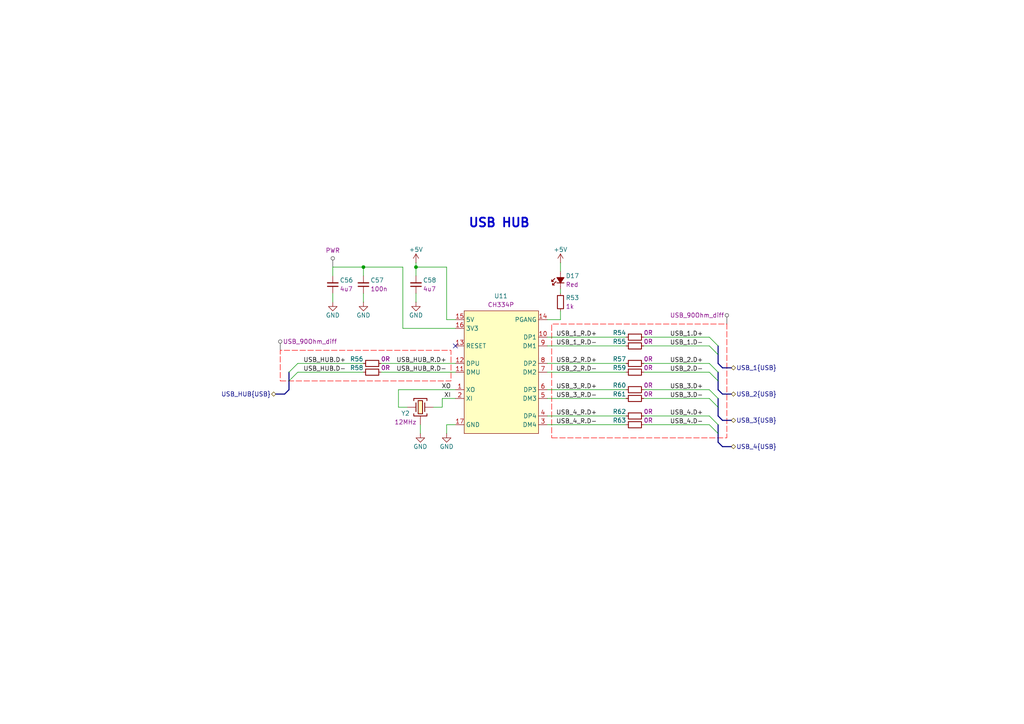
<source format=kicad_sch>
(kicad_sch (version 20250114) (generator "eeschema") (generator_version "9.0")
  (paper "A4")
  (title_block (title "ModuCard CM5 module") (date "2025-10-10") (rev "1.0.0") (company "KoNaR") (comment 1 "Project author: Dominik Pluta"))
  (lib_symbols
    (symbol "DW-ICs:CH334P"
      (property "Reference" "U" (at 38.1 0 0))
      (property "MPN" "CH334P" (at 38.1 -15.24 0))
      (symbol "CH334P_1_1"
        (rectangle (start 2.54 2.54) (end 24.13 -33.02) (fill (type background)))
        (pin power_in line (at 0 0 0) (length 2.54) (name "5V") (number "15"))
        (pin passive line (at 0 -2.54 0) (length 2.54) (name "3V3") (number "16"))
        (pin input line (at 0 -7.62 0) (length 2.54) (name "RESET") (number "13"))
        (pin bidirectional line (at 0 -12.7 0) (length 2.54) (name "DPU") (number "12"))
        (pin bidirectional line (at 0 -15.24 0) (length 2.54) (name "DMU") (number "11"))
        (pin output line (at 0 -20.32 0) (length 2.54) (name "XO") (number "1"))
        (pin input line (at 0 -22.86 0) (length 2.54) (name "XI") (number "2"))
        (pin power_in line (at 0 -30.48 0) (length 2.54) (name "GND") (number "17"))
        (pin bidirectional line (at 26.67 0 180) (length 2.54) (name "PGANG") (number "14"))
        (pin bidirectional line (at 26.67 -5.08 180) (length 2.54) (name "DP1") (number "10"))
        (pin bidirectional line (at 26.67 -7.62 180) (length 2.54) (name "DM1") (number "9"))
        (pin bidirectional line (at 26.67 -12.7 180) (length 2.54) (name "DP2") (number "8"))
        (pin bidirectional line (at 26.67 -15.24 180) (length 2.54) (name "DM2") (number "7"))
        (pin bidirectional line (at 26.67 -20.32 180) (length 2.54) (name "DP3") (number "6"))
        (pin bidirectional line (at 26.67 -22.86 180) (length 2.54) (name "DM3") (number "5"))
        (pin bidirectional line (at 26.67 -27.94 180) (length 2.54) (name "DP4") (number "4"))
        (pin bidirectional line (at 26.67 -30.48 180) (length 2.54) (name "DM4") (number "3"))
      )
    )
    (symbol "DW-capacitors:C-100n-0402" (pin_numbers (hide yes)) (pin_names (hide yes))
      (property "Reference" "C" (at 12.7 0 0))
      (property "Val" "100n" (at 12.7 -20.32 0))
      (symbol "C-100n-0402_0_1"
        (polyline (pts (xy 2.032 -1.524) (xy 2.032 1.524)) (stroke (width 0.3048)))
        (polyline (pts (xy 3.048 -1.524) (xy 3.048 1.524)) (stroke (width 0.3302)))
      )
      (symbol "C-100n-0402_1_1"
        (pin passive line (at 0 0 0) (length 2.032) (name "~") (number "1"))
        (pin passive line (at 5.08 0 180) (length 2.032) (name "~") (number "2"))
      )
    )
    (symbol "DW-capacitors:C-4u7-0402" (pin_numbers (hide yes)) (pin_names (hide yes))
      (property "Reference" "C" (at 12.7 0 0))
      (property "Val" "4u7" (at 12.7 -20.32 0))
      (symbol "C-4u7-0402_0_1"
        (polyline (pts (xy 2.032 -1.524) (xy 2.032 1.524)) (stroke (width 0.3048)))
        (polyline (pts (xy 3.048 -1.524) (xy 3.048 1.524)) (stroke (width 0.3302)))
      )
      (symbol "C-4u7-0402_1_1"
        (pin passive line (at 0 0 0) (length 2.032) (name "~") (number "1"))
        (pin passive line (at 5.08 0 180) (length 2.032) (name "~") (number "2"))
      )
    )
    (symbol "DW-crystals:Crystal_12MHz_X322512MSB4SI" (pin_numbers (hide yes)) (pin_names (hide yes))
      (property "Reference" "Y" (at 16.51 0 0))
      (property "Frequency" "12MHz" (at 16.51 -20.32 0))
      (symbol "Crystal_12MHz_X322512MSB4SI_1_1"
        (polyline (pts (xy 1.905 1.905) (xy 1.905 2.54) (xy 5.715 2.54) (xy 5.715 1.905)) (stroke (width 0.254)))
        (polyline (pts (xy 1.905 -1.905) (xy 1.905 -2.54) (xy 5.715 -2.54) (xy 5.715 -1.905)) (stroke (width 0.254)))
        (polyline (pts (xy 2.54 1.27) (xy 2.54 -1.27)) (stroke (width 0.254)) (fill (type background)))
        (rectangle (start 3.175 1.905) (end 4.445 -1.905) (stroke (width 0.254)) (fill (type background)))
        (polyline (pts (xy 5.08 1.27) (xy 5.08 -1.27)) (stroke (width 0.254)) (fill (type background)))
        (pin passive line (at 0 0 0) (length 2.54) (name "~") (number "1"))
        (pin passive line (at 3.81 -5.08 90) (length 2.54) (name "SH") (number "2"))
        (pin passive line (at 3.81 -5.08 90) (length 2.54) (hide yes) (name "SH") (number "4"))
        (pin passive line (at 7.62 0 180) (length 2.54) (name "~") (number "3"))
      )
    )
    (symbol "DW-diodes:LED-R-0603_KT-0603R" (pin_numbers (hide yes)) (pin_names (hide yes))
      (property "Reference" "D" (at 12.7 0 0))
      (property "Color" "Red" (at 12.7 -20.32 0))
      (symbol "LED-R-0603_KT-0603R_0_1"
        (polyline (pts (xy 1.905 0) (xy 0.635 0)))
        (polyline (pts (xy 4.445 0) (xy 3.175 0)))
      )
      (symbol "LED-R-0603_KT-0603R_1_1"
        (polyline (pts (xy 1.143 2.286) (xy 1.143 1.778) (xy 1.143 2.286) (xy 1.651 2.286) (xy 1.143 2.286) (xy 2.159 1.27)) (stroke (width 0.254)))
        (polyline (pts (xy 1.778 1.016) (xy 1.778 -1.016)) (stroke (width 0.254)))
        (polyline (pts (xy 2.159 2.54) (xy 2.159 2.032) (xy 2.159 2.54) (xy 2.667 2.54) (xy 2.159 2.54) (xy 3.048 1.651)) (stroke (width 0.254)))
        (polyline (pts (xy 3.302 1.016) (xy 3.302 -1.016) (xy 1.778 0) (xy 3.302 1.016)) (stroke (width 0.254)) (fill (type outline)))
        (pin passive line (at 0 0 0) (length 0.635) (name "C") (number "1"))
        (pin passive line (at 5.08 0 180) (length 0.635) (name "A") (number "2"))
      )
    )
    (symbol "DW-power-symbols:+5V" (power) (pin_numbers (hide yes)) (pin_names (offset 0) (hide yes))
      (property "Value" "+5V" (at 0 3.556 0))
      (symbol "+5V_0_1"
        (polyline (pts (xy -0.762 1.27) (xy 0 2.54)))
        (polyline (pts (xy 0 2.54) (xy 0.762 1.27)))
        (polyline (pts (xy 0 0) (xy 0 2.54)))
      )
      (symbol "+5V_1_1"
        (pin power_in line (at 0 0 90) (length 0) (name "~") (number "1"))
      )
    )
    (symbol "DW-power-symbols:GND" (power) (pin_numbers (hide yes)) (pin_names (offset 0) (hide yes))
      (property "Value" "GND" (at 0 -3.81 0))
      (symbol "GND_0_1"
        (polyline (pts (xy 0 0) (xy 0 -1.27) (xy 1.27 -1.27) (xy 0 -2.54) (xy -1.27 -1.27) (xy 0 -1.27)))
      )
      (symbol "GND_1_1"
        (pin power_in line (at 0 0 270) (length 0) (name "~") (number "1"))
      )
    )
    (symbol "DW-resistors:R-0R-0402" (pin_numbers (hide yes)) (pin_names (offset 0) (hide yes))
      (property "Reference" "R" (at 12.7 0 0))
      (property "Val" "0R" (at 12.7 -20.32 0))
      (symbol "R-0R-0402_0_1"
        (rectangle (start 0.635 0.889) (end 4.445 -0.889) (stroke (width 0.254)))
      )
      (symbol "R-0R-0402_1_1"
        (pin passive line (at 0 0 0) (length 0.635) (name "~") (number "1"))
        (pin passive line (at 5.08 0 180) (length 0.635) (name "~") (number "2"))
      )
    )
    (symbol "DW-resistors:R-1k-0402" (pin_numbers (hide yes)) (pin_names (offset 0) (hide yes))
      (property "Reference" "R" (at 12.7 0 0))
      (property "Val" "1k" (at 12.7 -20.32 0))
      (symbol "R-1k-0402_0_1"
        (rectangle (start 0.635 0.889) (end 4.445 -0.889) (stroke (width 0.254)))
      )
      (symbol "R-1k-0402_1_1"
        (pin passive line (at 0 0 0) (length 0.635) (name "~") (number "1"))
        (pin passive line (at 5.08 0 180) (length 0.635) (name "~") (number "2"))
      )
    )
  )
  (text "USB HUB" (at 144.78 64.77 0) (effects (font (size 2.54 2.54) (bold yes))))
  (junction (at 105.41 77.47))
  (junction (at 120.65 77.47))
  (no_connect (at 132.08 100.33))
  (bus_entry (at 83.82 107.95) (size 2.54 -2.54))
  (bus_entry (at 205.74 107.95) (size 2.54 2.54))
  (bus_entry (at 205.74 120.65) (size 2.54 2.54))
  (bus_entry (at 205.74 113.03) (size 2.54 2.54))
  (bus_entry (at 205.74 123.19) (size 2.54 2.54))
  (bus_entry (at 205.74 97.79) (size 2.54 2.54))
  (bus_entry (at 83.82 110.49) (size 2.54 -2.54))
  (bus_entry (at 205.74 105.41) (size 2.54 2.54))
  (bus_entry (at 205.74 100.33) (size 2.54 2.54))
  (bus_entry (at 205.74 115.57) (size 2.54 2.54))
  (wire (pts (xy 132.08 95.25) (xy 116.84 95.25)))
  (wire (pts (xy 96.52 85.09) (xy 96.52 87.63)))
  (wire (pts (xy 115.57 113.03) (xy 132.08 113.03)))
  (bus (pts (xy 82.55 114.3) (xy 80.01 114.3)))
  (wire (pts (xy 121.92 123.19) (xy 121.92 125.73)))
  (wire (pts (xy 120.65 85.09) (xy 120.65 87.63)))
  (wire (pts (xy 181.61 123.19) (xy 158.75 123.19)))
  (wire (pts (xy 181.61 97.79) (xy 158.75 97.79)))
  (wire (pts (xy 105.41 107.95) (xy 86.36 107.95)))
  (wire (pts (xy 96.52 77.47) (xy 96.52 80.01)))
  (wire (pts (xy 186.69 105.41) (xy 205.74 105.41)))
  (bus (pts (xy 208.28 118.11) (xy 208.28 120.65)))
  (wire (pts (xy 128.27 118.11) (xy 128.27 115.57)))
  (wire (pts (xy 105.41 85.09) (xy 105.41 87.63)))
  (wire (pts (xy 105.41 105.41) (xy 86.36 105.41)))
  (bus (pts (xy 83.82 107.95) (xy 83.82 110.49)))
  (bus (pts (xy 208.28 110.49) (xy 208.28 113.03)))
  (bus (pts (xy 212.09 129.54) (xy 209.55 129.54)))
  (wire (pts (xy 181.61 120.65) (xy 158.75 120.65)))
  (bus (pts (xy 208.28 102.87) (xy 208.28 105.41)))
  (wire (pts (xy 120.65 76.2) (xy 120.65 77.47)))
  (wire (pts (xy 129.54 125.73) (xy 129.54 123.19)))
  (wire (pts (xy 116.84 95.25) (xy 116.84 77.47)))
  (wire (pts (xy 129.54 123.19) (xy 132.08 123.19)))
  (wire (pts (xy 181.61 113.03) (xy 158.75 113.03)))
  (bus (pts (xy 212.09 114.3) (xy 209.55 114.3)))
  (bus (pts (xy 208.28 128.27) (xy 209.55 129.54)))
  (wire (pts (xy 115.57 113.03) (xy 115.57 118.11)))
  (wire (pts (xy 116.84 77.47) (xy 105.41 77.47)))
  (wire (pts (xy 129.54 92.71) (xy 129.54 77.47)))
  (wire (pts (xy 128.27 115.57) (xy 132.08 115.57)))
  (wire (pts (xy 181.61 107.95) (xy 158.75 107.95)))
  (bus (pts (xy 208.28 100.33) (xy 208.28 102.87)))
  (wire (pts (xy 125.73 118.11) (xy 128.27 118.11)))
  (bus (pts (xy 212.09 106.68) (xy 209.55 106.68)))
  (wire (pts (xy 162.56 85.09) (xy 162.56 83.82)))
  (wire (pts (xy 162.56 90.17) (xy 162.56 92.71)))
  (wire (pts (xy 186.69 115.57) (xy 205.74 115.57)))
  (wire (pts (xy 105.41 77.47) (xy 105.41 80.01)))
  (bus (pts (xy 82.55 114.3) (xy 83.82 113.03)))
  (bus (pts (xy 208.28 125.73) (xy 208.28 128.27)))
  (bus (pts (xy 208.28 115.57) (xy 208.28 118.11)))
  (wire (pts (xy 132.08 92.71) (xy 129.54 92.71)))
  (bus (pts (xy 208.28 113.03) (xy 209.55 114.3)))
  (wire (pts (xy 181.61 105.41) (xy 158.75 105.41)))
  (bus (pts (xy 83.82 110.49) (xy 83.82 113.03)))
  (bus (pts (xy 212.09 121.92) (xy 209.55 121.92)))
  (bus (pts (xy 208.28 107.95) (xy 208.28 110.49)))
  (wire (pts (xy 110.49 105.41) (xy 132.08 105.41)))
  (wire (pts (xy 186.69 97.79) (xy 205.74 97.79)))
  (wire (pts (xy 120.65 77.47) (xy 120.65 80.01)))
  (wire (pts (xy 115.57 118.11) (xy 118.11 118.11)))
  (wire (pts (xy 186.69 123.19) (xy 205.74 123.19)))
  (wire (pts (xy 96.52 77.47) (xy 105.41 77.47)))
  (wire (pts (xy 186.69 113.03) (xy 205.74 113.03)))
  (wire (pts (xy 186.69 107.95) (xy 205.74 107.95)))
  (wire (pts (xy 181.61 100.33) (xy 158.75 100.33)))
  (bus (pts (xy 208.28 120.65) (xy 209.55 121.92)))
  (wire (pts (xy 186.69 120.65) (xy 205.74 120.65)))
  (bus (pts (xy 208.28 123.19) (xy 208.28 125.73)))
  (wire (pts (xy 162.56 92.71) (xy 158.75 92.71)))
  (wire (pts (xy 129.54 77.47) (xy 120.65 77.47)))
  (wire (pts (xy 162.56 78.74) (xy 162.56 76.2)))
  (bus (pts (xy 208.28 105.41) (xy 209.55 106.68)))
  (wire (pts (xy 181.61 115.57) (xy 158.75 115.57)))
  (wire (pts (xy 186.69 100.33) (xy 205.74 100.33)))
  (wire (pts (xy 110.49 107.95) (xy 132.08 107.95)))
  (label "USB_1_R.D-" (at 161.29 100.33 0))
  (label "USB_4_R.D-" (at 161.29 123.19 0))
  (label "USB_1.D+" (at 194.31 97.79 0))
  (label "USB_1.D-" (at 194.31 100.33 0))
  (label "USB_2.D-" (at 194.31 107.95 0))
  (label "XI" (at 130.81 115.57 180))
  (label "XO" (at 130.81 113.03 180))
  (label "USB_3_R.D-" (at 161.29 115.57 0))
  (label "USB_4_R.D+" (at 161.29 120.65 0))
  (label "USB_1_R.D+" (at 161.29 97.79 0))
  (label "USB_4.D-" (at 194.31 123.19 0))
  (label "USB_4.D+" (at 194.31 120.65 0))
  (label "USB_2_R.D-" (at 161.29 107.95 0))
  (label "USB_HUB_R.D-" (at 129.54 107.95 180))
  (label "USB_3.D-" (at 194.31 115.57 0))
  (label "USB_HUB.D+" (at 100.33 105.41 180))
  (label "USB_HUB_R.D+" (at 129.54 105.41 180))
  (label "USB_2.D+" (at 194.31 105.41 0))
  (label "USB_HUB.D-" (at 100.33 107.95 180))
  (label "USB_3_R.D+" (at 161.29 113.03 0))
  (label "USB_2_R.D+" (at 161.29 105.41 0))
  (label "USB_3.D+" (at 194.31 113.03 0))
  (hierarchical_label "USB_4{USB}" (shape bidirectional) (at 212.09 129.54 0))
  (hierarchical_label "USB_3{USB}" (shape bidirectional) (at 212.09 121.92 0))
  (hierarchical_label "USB_HUB{USB}" (shape bidirectional) (at 80.01 114.3 180))
  (hierarchical_label "USB_1{USB}" (shape bidirectional) (at 212.09 106.68 0))
  (hierarchical_label "USB_2{USB}" (shape bidirectional) (at 212.09 114.3 0))
  (rule_area (polyline (pts (xy 160.02 127) (xy 210.82 127) (xy 210.82 93.98) (xy 160.02 93.98)) (stroke (width 0) (type dash))))
  (rule_area (polyline (pts (xy 81.28 110.49) (xy 130.81 110.49) (xy 130.81 101.6) (xy 81.28 101.6)) (stroke (width 0) (type dash))))
  (netclass_flag "" (length 2.54) (shape round) (at 81.28 101.6 0) (property "Netclass" "USB_90Ohm_diff" (at 82.042 99.06 0) (effects (justify left))))
  (netclass_flag "" (length 2.54) (shape round) (at 96.52 77.47 0) (property "Netclass" "PWR" (at 96.52 72.644 0)))
  (netclass_flag "" (length 2.54) (shape round) (at 210.82 93.98 0) (property "Netclass" "USB_90Ohm_diff" (at 210.058 91.44 0) (effects (justify right))))
  (symbol (lib_id "DW-diodes:LED-R-0603_KT-0603R") (at 162.56 83.82 90) (unit 1)
    (property "Reference" "D17" (at 164.084 80.01 90) (effects (justify right)))
    (property "Value" "LED-R-0603_KT-0603R" (effects (hide yes)))
    (property "Footprint" "DW-footprints:LED_0603_1608Metric_R" (effects (hide yes)))
    (property "Datasheet" "https://lcsc.com/datasheet/lcsc_datasheet_2507101606_Hubei-KENTO-Elec-KT-0603R_C2286.pdf" (effects (hide yes)))
    (property "Description" "-40℃~+85℃ Red 0603 LED Indication - Discrete ROHS" (effects (hide yes)))
    (property "Manufacturer" "Hubei KENTO Elec" (effects (hide yes)))
    (property "MPN" "KT-0603R" (effects (hide yes)))
    (property "LCSC" "C2286" (effects (hide yes)))
    (property "Color" "Red" (at 164.084 82.55 90) (effects (justify right)))
    (property "Forward voltage" "1.8V-2.4V " (effects (hide yes)))
  )
  (symbol (lib_id "DW-ICs:CH334P") (at 132.08 92.71 0) (unit 1)
    (property "Reference" "U11" (at 145.288 85.852 0))
    (property "Value" "CH334P" (effects (hide yes)))
    (property "Footprint" "DW-footprints:QFN-16-1EP_3x3mm_P0.5mm_EP1.75x1.75mm" (effects (hide yes)))
    (property "Datasheet" "https://lcsc.com/datasheet/lcsc_datasheet_2408131044_WCH-Jiangsu-Qin-Heng-CH334P_C5373042.pdf" (effects (hide yes)))
    (property "Description" "4 Port USB Hub with MTT" (effects (hide yes)))
    (property "Manufacturer" "WCH" (effects (hide yes)))
    (property "MPN" "CH334P" (at 145.288 88.392 0))
    (property "LCSC" "C5373042" (effects (hide yes)))
  )
  (symbol (lib_id "DW-resistors:R-0R-0402") (at 181.61 115.57 0) (unit 1)
    (property "Reference" "R61" (at 181.61 114.3 0) (effects (justify right)))
    (property "Value" "R-0R-0402" (effects (hide yes)))
    (property "Footprint" "DW-footprints:R_0402_1005Metric" (effects (hide yes)))
    (property "Datasheet" "https://lcsc.com/datasheet/lcsc_datasheet_2411221126_UNI-ROYAL-0402WGF0000TCE_C17168.pdf" (effects (hide yes)))
    (property "Description" "62.5mW Thick Film Resistor 50V ±800ppm/℃ ±1% 0Ω 0402 Chip Resistor - Surface Mount ROHS" (effects (hide yes)))
    (property "Manufacturer" "UNI-ROYAL(Uniroyal Elec)" (effects (hide yes)))
    (property "MPN" "0402WGF0000TCE" (effects (hide yes)))
    (property "LCSC" "C17168" (effects (hide yes)))
    (property "Val" "0R" (at 186.69 114.3 0) (effects (justify left)))
    (property "Tolerance" "1%" (effects (hide yes)))
  )
  (symbol (lib_id "DW-power-symbols:GND") (at 96.52 87.63 0) (unit 1)
    (property "Reference" "#PWR0133" (effects (hide yes)))
    (property "Value" "GND" (at 96.52 91.44 0))
    (property "Description" "Power symbol creates a global label with name \"GND\" , ground" (effects (hide yes)))
  )
  (symbol (lib_id "DW-power-symbols:GND") (at 121.92 125.73 0) (mirror y) (unit 1)
    (property "Reference" "#PWR0136" (effects (hide yes)))
    (property "Value" "GND" (at 121.92 129.54 0))
    (property "Description" "Power symbol creates a global label with name \"GND\" , ground" (effects (hide yes)))
  )
  (symbol (lib_id "DW-power-symbols:GND") (at 105.41 87.63 0) (unit 1)
    (property "Reference" "#PWR0134" (effects (hide yes)))
    (property "Value" "GND" (at 105.41 91.44 0))
    (property "Description" "Power symbol creates a global label with name \"GND\" , ground" (effects (hide yes)))
  )
  (symbol (lib_id "DW-power-symbols:GND") (at 129.54 125.73 0) (unit 1)
    (property "Reference" "#PWR0137" (effects (hide yes)))
    (property "Value" "GND" (at 129.54 129.54 0))
    (property "Description" "Power symbol creates a global label with name \"GND\" , ground" (effects (hide yes)))
  )
  (symbol (lib_id "DW-resistors:R-0R-0402") (at 181.61 105.41 0) (unit 1)
    (property "Reference" "R57" (at 181.61 104.14 0) (effects (justify right)))
    (property "Value" "R-0R-0402" (effects (hide yes)))
    (property "Footprint" "DW-footprints:R_0402_1005Metric" (effects (hide yes)))
    (property "Datasheet" "https://lcsc.com/datasheet/lcsc_datasheet_2411221126_UNI-ROYAL-0402WGF0000TCE_C17168.pdf" (effects (hide yes)))
    (property "Description" "62.5mW Thick Film Resistor 50V ±800ppm/℃ ±1% 0Ω 0402 Chip Resistor - Surface Mount ROHS" (effects (hide yes)))
    (property "Manufacturer" "UNI-ROYAL(Uniroyal Elec)" (effects (hide yes)))
    (property "MPN" "0402WGF0000TCE" (effects (hide yes)))
    (property "LCSC" "C17168" (effects (hide yes)))
    (property "Val" "0R" (at 186.69 104.14 0) (effects (justify left)))
    (property "Tolerance" "1%" (effects (hide yes)))
  )
  (symbol (lib_id "DW-resistors:R-0R-0402") (at 181.61 123.19 0) (unit 1)
    (property "Reference" "R63" (at 181.61 121.92 0) (effects (justify right)))
    (property "Value" "R-0R-0402" (effects (hide yes)))
    (property "Footprint" "DW-footprints:R_0402_1005Metric" (effects (hide yes)))
    (property "Datasheet" "https://lcsc.com/datasheet/lcsc_datasheet_2411221126_UNI-ROYAL-0402WGF0000TCE_C17168.pdf" (effects (hide yes)))
    (property "Description" "62.5mW Thick Film Resistor 50V ±800ppm/℃ ±1% 0Ω 0402 Chip Resistor - Surface Mount ROHS" (effects (hide yes)))
    (property "Manufacturer" "UNI-ROYAL(Uniroyal Elec)" (effects (hide yes)))
    (property "MPN" "0402WGF0000TCE" (effects (hide yes)))
    (property "LCSC" "C17168" (effects (hide yes)))
    (property "Val" "0R" (at 186.69 121.92 0) (effects (justify left)))
    (property "Tolerance" "1%" (effects (hide yes)))
  )
  (symbol (lib_id "DW-resistors:R-1k-0402") (at 162.56 90.17 90) (unit 1)
    (property "Reference" "R53" (at 164.084 86.36 90) (effects (justify right)))
    (property "Value" "R-1k-0402" (effects (hide yes)))
    (property "Footprint" "DW-footprints:R_0402_1005Metric" (effects (hide yes)))
    (property "Datasheet" "https://lcsc.com/datasheet/lcsc_datasheet_2411221126_UNI-ROYAL-Uniroyal-Elec-0402WGF1001TCE_C11702.pdf" (effects (hide yes)))
    (property "Description" "62.5mW Thick Film Resistor 50V ±100ppm/℃ ±1% 1kΩ 0402 Chip Resistor - Surface Mount ROHS" (effects (hide yes)))
    (property "Manufacturer" "UNI-ROYAL(Uniroyal Elec)" (effects (hide yes)))
    (property "MPN" "0402WGF1001TCE" (effects (hide yes)))
    (property "LCSC" "C11702" (effects (hide yes)))
    (property "Val" "1k" (at 164.084 88.9 90) (effects (justify right)))
    (property "Tolerance" "1%" (effects (hide yes)))
  )
  (symbol (lib_id "DW-resistors:R-0R-0402") (at 181.61 100.33 0) (unit 1)
    (property "Reference" "R55" (at 181.61 99.06 0) (effects (justify right)))
    (property "Value" "R-0R-0402" (effects (hide yes)))
    (property "Footprint" "DW-footprints:R_0402_1005Metric" (effects (hide yes)))
    (property "Datasheet" "https://lcsc.com/datasheet/lcsc_datasheet_2411221126_UNI-ROYAL-0402WGF0000TCE_C17168.pdf" (effects (hide yes)))
    (property "Description" "62.5mW Thick Film Resistor 50V ±800ppm/℃ ±1% 0Ω 0402 Chip Resistor - Surface Mount ROHS" (effects (hide yes)))
    (property "Manufacturer" "UNI-ROYAL(Uniroyal Elec)" (effects (hide yes)))
    (property "MPN" "0402WGF0000TCE" (effects (hide yes)))
    (property "LCSC" "C17168" (effects (hide yes)))
    (property "Val" "0R" (at 186.69 99.06 0) (effects (justify left)))
    (property "Tolerance" "1%" (effects (hide yes)))
  )
  (symbol (lib_id "DW-capacitors:C-100n-0402") (at 105.41 85.09 90) (unit 1)
    (property "Reference" "C57" (at 107.442 81.28 90) (effects (justify right)))
    (property "Value" "C-100n-0402" (effects (hide yes)))
    (property "Footprint" "DW-footprints:C_0402_1005Metric" (effects (hide yes)))
    (property "Datasheet" "https://lcsc.com/datasheet/lcsc_datasheet_2304140030_Samsung-Electro-Mechanics-CL05B104KB54PNC_C307331.pdf" (effects (hide yes)))
    (property "Description" "50V 100nF X7R ±10% 0402 Multilayer Ceramic Capacitors MLCC - SMD/SMT ROHS" (effects (hide yes)))
    (property "Manufacturer" "Samsung Electro-Mechanics" (effects (hide yes)))
    (property "MPN" "CL05B104KB54PNC" (effects (hide yes)))
    (property "LCSC" "C307331" (effects (hide yes)))
    (property "Val" "100n" (at 107.442 83.82 90) (effects (justify right)))
    (property "Tolerance" "10%" (effects (hide yes)))
    (property "Voltage" "50V" (effects (hide yes)))
    (property "Dielectric" "X7R" (effects (hide yes)))
  )
  (symbol (lib_id "DW-capacitors:C-4u7-0402") (at 120.65 85.09 90) (unit 1)
    (property "Reference" "C58" (at 122.682 81.28 90) (effects (justify right)))
    (property "Value" "C-4u7-0402" (effects (hide yes)))
    (property "Footprint" "DW-footprints:C_0402_1005Metric" (effects (hide yes)))
    (property "Datasheet" "https://lcsc.com/datasheet/lcsc_datasheet_2304140030_Samsung-Electro-Mechanics-CL05A475MP5NRNC_C23733.pdf" (effects (hide yes)))
    (property "Description" "10V 4.7uF X5R ±20% 0402 Multilayer Ceramic Capacitors MLCC - SMD/SMT ROHS" (effects (hide yes)))
    (property "Manufacturer" "Samsung Electro-Mechanics" (effects (hide yes)))
    (property "MPN" "CL05A475MP5NRNC" (effects (hide yes)))
    (property "LCSC" "C23733" (effects (hide yes)))
    (property "Val" "4u7" (at 122.682 83.82 90) (effects (justify right)))
    (property "Tolerance" "20%" (effects (hide yes)))
    (property "Voltage" "10V" (effects (hide yes)))
    (property "Dielectric" "X5R" (effects (hide yes)))
  )
  (symbol (lib_id "DW-capacitors:C-4u7-0402") (at 96.52 85.09 90) (unit 1)
    (property "Reference" "C56" (at 98.552 81.28 90) (effects (justify right)))
    (property "Value" "C-4u7-0402" (effects (hide yes)))
    (property "Footprint" "DW-footprints:C_0402_1005Metric" (effects (hide yes)))
    (property "Datasheet" "https://lcsc.com/datasheet/lcsc_datasheet_2304140030_Samsung-Electro-Mechanics-CL05A475MP5NRNC_C23733.pdf" (effects (hide yes)))
    (property "Description" "10V 4.7uF X5R ±20% 0402 Multilayer Ceramic Capacitors MLCC - SMD/SMT ROHS" (effects (hide yes)))
    (property "Manufacturer" "Samsung Electro-Mechanics" (effects (hide yes)))
    (property "MPN" "CL05A475MP5NRNC" (effects (hide yes)))
    (property "LCSC" "C23733" (effects (hide yes)))
    (property "Val" "4u7" (at 98.552 83.82 90) (effects (justify right)))
    (property "Tolerance" "20%" (effects (hide yes)))
    (property "Voltage" "10V" (effects (hide yes)))
    (property "Dielectric" "X5R" (effects (hide yes)))
  )
  (symbol (lib_id "DW-power-symbols:+5V") (at 162.56 76.2 0) (unit 1)
    (property "Reference" "#PWR0132" (effects (hide yes)))
    (property "Value" "+5V" (at 162.56 72.39 0))
    (property "Description" "Power symbol creates a global label with name \"+5V\"" (effects (hide yes)))
  )
  (symbol (lib_id "DW-resistors:R-0R-0402") (at 105.41 107.95 0) (unit 1)
    (property "Reference" "R58" (at 105.41 106.68 0) (effects (justify right)))
    (property "Value" "R-0R-0402" (effects (hide yes)))
    (property "Footprint" "DW-footprints:R_0402_1005Metric" (effects (hide yes)))
    (property "Datasheet" "https://lcsc.com/datasheet/lcsc_datasheet_2411221126_UNI-ROYAL-0402WGF0000TCE_C17168.pdf" (effects (hide yes)))
    (property "Description" "62.5mW Thick Film Resistor 50V ±800ppm/℃ ±1% 0Ω 0402 Chip Resistor - Surface Mount ROHS" (effects (hide yes)))
    (property "Manufacturer" "UNI-ROYAL(Uniroyal Elec)" (effects (hide yes)))
    (property "MPN" "0402WGF0000TCE" (effects (hide yes)))
    (property "LCSC" "C17168" (effects (hide yes)))
    (property "Val" "0R" (at 110.49 106.68 0) (effects (justify left)))
    (property "Tolerance" "1%" (effects (hide yes)))
  )
  (symbol (lib_id "DW-resistors:R-0R-0402") (at 181.61 120.65 0) (unit 1)
    (property "Reference" "R62" (at 181.61 119.38 0) (effects (justify right)))
    (property "Value" "R-0R-0402" (effects (hide yes)))
    (property "Footprint" "DW-footprints:R_0402_1005Metric" (effects (hide yes)))
    (property "Datasheet" "https://lcsc.com/datasheet/lcsc_datasheet_2411221126_UNI-ROYAL-0402WGF0000TCE_C17168.pdf" (effects (hide yes)))
    (property "Description" "62.5mW Thick Film Resistor 50V ±800ppm/℃ ±1% 0Ω 0402 Chip Resistor - Surface Mount ROHS" (effects (hide yes)))
    (property "Manufacturer" "UNI-ROYAL(Uniroyal Elec)" (effects (hide yes)))
    (property "MPN" "0402WGF0000TCE" (effects (hide yes)))
    (property "LCSC" "C17168" (effects (hide yes)))
    (property "Val" "0R" (at 186.69 119.38 0) (effects (justify left)))
    (property "Tolerance" "1%" (effects (hide yes)))
  )
  (symbol (lib_id "DW-resistors:R-0R-0402") (at 181.61 97.79 0) (unit 1)
    (property "Reference" "R54" (at 181.61 96.52 0) (effects (justify right)))
    (property "Value" "R-0R-0402" (effects (hide yes)))
    (property "Footprint" "DW-footprints:R_0402_1005Metric" (effects (hide yes)))
    (property "Datasheet" "https://lcsc.com/datasheet/lcsc_datasheet_2411221126_UNI-ROYAL-0402WGF0000TCE_C17168.pdf" (effects (hide yes)))
    (property "Description" "62.5mW Thick Film Resistor 50V ±800ppm/℃ ±1% 0Ω 0402 Chip Resistor - Surface Mount ROHS" (effects (hide yes)))
    (property "Manufacturer" "UNI-ROYAL(Uniroyal Elec)" (effects (hide yes)))
    (property "MPN" "0402WGF0000TCE" (effects (hide yes)))
    (property "LCSC" "C17168" (effects (hide yes)))
    (property "Val" "0R" (at 186.69 96.52 0) (effects (justify left)))
    (property "Tolerance" "1%" (effects (hide yes)))
  )
  (symbol (lib_id "DW-resistors:R-0R-0402") (at 181.61 113.03 0) (unit 1)
    (property "Reference" "R60" (at 181.61 111.76 0) (effects (justify right)))
    (property "Value" "R-0R-0402" (effects (hide yes)))
    (property "Footprint" "DW-footprints:R_0402_1005Metric" (effects (hide yes)))
    (property "Datasheet" "https://lcsc.com/datasheet/lcsc_datasheet_2411221126_UNI-ROYAL-0402WGF0000TCE_C17168.pdf" (effects (hide yes)))
    (property "Description" "62.5mW Thick Film Resistor 50V ±800ppm/℃ ±1% 0Ω 0402 Chip Resistor - Surface Mount ROHS" (effects (hide yes)))
    (property "Manufacturer" "UNI-ROYAL(Uniroyal Elec)" (effects (hide yes)))
    (property "MPN" "0402WGF0000TCE" (effects (hide yes)))
    (property "LCSC" "C17168" (effects (hide yes)))
    (property "Val" "0R" (at 186.69 111.76 0) (effects (justify left)))
    (property "Tolerance" "1%" (effects (hide yes)))
  )
  (symbol (lib_id "DW-crystals:Crystal_12MHz_X322512MSB4SI") (at 118.11 118.11 0) (unit 1)
    (property "Reference" "Y2" (at 117.602 119.888 0))
    (property "Value" "X322512MSB4SI" (effects (hide yes)))
    (property "Footprint" "DW-footprints:Crystal_SMD_3225-4Pin_3.2x2.5mm" (effects (hide yes)))
    (property "Datasheet" "https://www.lcsc.com/datasheet/lcsc_datasheet_2403291504_YXC-Crystal-Oscillators-X322512MSB4SI_C9002.pdf" (effects (hide yes)))
    (property "Description" "12MHz Surface Mount Crystal 20pF ±10ppm ±20ppm SMD3225-4P Crystals ROHS" (effects (hide yes)))
    (property "Manufacturer" "Yangxing Technology" (effects (hide yes)))
    (property "MPN" "X322512MSB4SI" (effects (hide yes)))
    (property "LCSC" "C9002" (effects (hide yes)))
    (property "Frequency" "12MHz" (at 117.602 122.428 0))
    (property "Frequency Stability" "±30ppm" (effects (hide yes)))
    (property "Frequency Tolerance" "±10ppm" (effects (hide yes)))
    (property "Load Capacitance" "20pF" (effects (hide yes)))
  )
  (symbol (lib_id "DW-power-symbols:+5V") (at 120.65 76.2 0) (unit 1)
    (property "Reference" "#PWR0131" (effects (hide yes)))
    (property "Value" "+5V" (at 120.65 72.39 0))
    (property "Description" "Power symbol creates a global label with name \"+5V\"" (effects (hide yes)))
  )
  (symbol (lib_id "DW-resistors:R-0R-0402") (at 105.41 105.41 0) (unit 1)
    (property "Reference" "R56" (at 105.41 104.14 0) (effects (justify right)))
    (property "Value" "R-0R-0402" (effects (hide yes)))
    (property "Footprint" "DW-footprints:R_0402_1005Metric" (effects (hide yes)))
    (property "Datasheet" "https://lcsc.com/datasheet/lcsc_datasheet_2411221126_UNI-ROYAL-0402WGF0000TCE_C17168.pdf" (effects (hide yes)))
    (property "Description" "62.5mW Thick Film Resistor 50V ±800ppm/℃ ±1% 0Ω 0402 Chip Resistor - Surface Mount ROHS" (effects (hide yes)))
    (property "Manufacturer" "UNI-ROYAL(Uniroyal Elec)" (effects (hide yes)))
    (property "MPN" "0402WGF0000TCE" (effects (hide yes)))
    (property "LCSC" "C17168" (effects (hide yes)))
    (property "Val" "0R" (at 110.49 104.14 0) (effects (justify left)))
    (property "Tolerance" "1%" (effects (hide yes)))
  )
  (symbol (lib_id "DW-power-symbols:GND") (at 120.65 87.63 0) (mirror y) (unit 1)
    (property "Reference" "#PWR0135" (effects (hide yes)))
    (property "Value" "GND" (at 120.65 91.44 0))
    (property "Description" "Power symbol creates a global label with name \"GND\" , ground" (effects (hide yes)))
  )
  (symbol (lib_id "DW-resistors:R-0R-0402") (at 181.61 107.95 0) (unit 1)
    (property "Reference" "R59" (at 181.61 106.68 0) (effects (justify right)))
    (property "Value" "R-0R-0402" (effects (hide yes)))
    (property "Footprint" "DW-footprints:R_0402_1005Metric" (effects (hide yes)))
    (property "Datasheet" "https://lcsc.com/datasheet/lcsc_datasheet_2411221126_UNI-ROYAL-0402WGF0000TCE_C17168.pdf" (effects (hide yes)))
    (property "Description" "62.5mW Thick Film Resistor 50V ±800ppm/℃ ±1% 0Ω 0402 Chip Resistor - Surface Mount ROHS" (effects (hide yes)))
    (property "Manufacturer" "UNI-ROYAL(Uniroyal Elec)" (effects (hide yes)))
    (property "MPN" "0402WGF0000TCE" (effects (hide yes)))
    (property "LCSC" "C17168" (effects (hide yes)))
    (property "Val" "0R" (at 186.69 106.68 0) (effects (justify left)))
    (property "Tolerance" "1%" (effects (hide yes)))
  )
)
</source>
